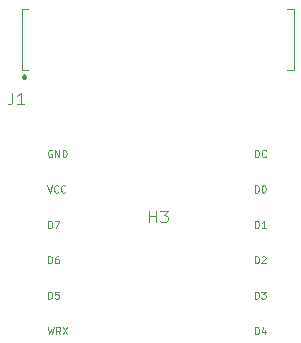
<source format=gbr>
%TF.GenerationSoftware,KiCad,Pcbnew,8.0.3*%
%TF.CreationDate,2024-07-14T16:13:23+03:00*%
%TF.ProjectId,TFT_Adapter,5446545f-4164-4617-9074-65722e6b6963,rev?*%
%TF.SameCoordinates,Original*%
%TF.FileFunction,Legend,Top*%
%TF.FilePolarity,Positive*%
%FSLAX46Y46*%
G04 Gerber Fmt 4.6, Leading zero omitted, Abs format (unit mm)*
G04 Created by KiCad (PCBNEW 8.0.3) date 2024-07-14 16:13:23*
%MOMM*%
%LPD*%
G01*
G04 APERTURE LIST*
%ADD10C,0.100000*%
%ADD11C,0.250000*%
G04 APERTURE END LIST*
D10*
X157208646Y-89421371D02*
X157208646Y-88821371D01*
X157208646Y-88821371D02*
X157351503Y-88821371D01*
X157351503Y-88821371D02*
X157437217Y-88849942D01*
X157437217Y-88849942D02*
X157494360Y-88907085D01*
X157494360Y-88907085D02*
X157522931Y-88964228D01*
X157522931Y-88964228D02*
X157551503Y-89078514D01*
X157551503Y-89078514D02*
X157551503Y-89164228D01*
X157551503Y-89164228D02*
X157522931Y-89278514D01*
X157522931Y-89278514D02*
X157494360Y-89335657D01*
X157494360Y-89335657D02*
X157437217Y-89392800D01*
X157437217Y-89392800D02*
X157351503Y-89421371D01*
X157351503Y-89421371D02*
X157208646Y-89421371D01*
X158065789Y-89021371D02*
X158065789Y-89421371D01*
X157922931Y-88792800D02*
X157780074Y-89221371D01*
X157780074Y-89221371D02*
X158151503Y-89221371D01*
X157208646Y-86421371D02*
X157208646Y-85821371D01*
X157208646Y-85821371D02*
X157351503Y-85821371D01*
X157351503Y-85821371D02*
X157437217Y-85849942D01*
X157437217Y-85849942D02*
X157494360Y-85907085D01*
X157494360Y-85907085D02*
X157522931Y-85964228D01*
X157522931Y-85964228D02*
X157551503Y-86078514D01*
X157551503Y-86078514D02*
X157551503Y-86164228D01*
X157551503Y-86164228D02*
X157522931Y-86278514D01*
X157522931Y-86278514D02*
X157494360Y-86335657D01*
X157494360Y-86335657D02*
X157437217Y-86392800D01*
X157437217Y-86392800D02*
X157351503Y-86421371D01*
X157351503Y-86421371D02*
X157208646Y-86421371D01*
X157751503Y-85821371D02*
X158122931Y-85821371D01*
X158122931Y-85821371D02*
X157922931Y-86049942D01*
X157922931Y-86049942D02*
X158008646Y-86049942D01*
X158008646Y-86049942D02*
X158065789Y-86078514D01*
X158065789Y-86078514D02*
X158094360Y-86107085D01*
X158094360Y-86107085D02*
X158122931Y-86164228D01*
X158122931Y-86164228D02*
X158122931Y-86307085D01*
X158122931Y-86307085D02*
X158094360Y-86364228D01*
X158094360Y-86364228D02*
X158065789Y-86392800D01*
X158065789Y-86392800D02*
X158008646Y-86421371D01*
X158008646Y-86421371D02*
X157837217Y-86421371D01*
X157837217Y-86421371D02*
X157780074Y-86392800D01*
X157780074Y-86392800D02*
X157751503Y-86364228D01*
X157208646Y-83421371D02*
X157208646Y-82821371D01*
X157208646Y-82821371D02*
X157351503Y-82821371D01*
X157351503Y-82821371D02*
X157437217Y-82849942D01*
X157437217Y-82849942D02*
X157494360Y-82907085D01*
X157494360Y-82907085D02*
X157522931Y-82964228D01*
X157522931Y-82964228D02*
X157551503Y-83078514D01*
X157551503Y-83078514D02*
X157551503Y-83164228D01*
X157551503Y-83164228D02*
X157522931Y-83278514D01*
X157522931Y-83278514D02*
X157494360Y-83335657D01*
X157494360Y-83335657D02*
X157437217Y-83392800D01*
X157437217Y-83392800D02*
X157351503Y-83421371D01*
X157351503Y-83421371D02*
X157208646Y-83421371D01*
X157780074Y-82878514D02*
X157808646Y-82849942D01*
X157808646Y-82849942D02*
X157865789Y-82821371D01*
X157865789Y-82821371D02*
X158008646Y-82821371D01*
X158008646Y-82821371D02*
X158065789Y-82849942D01*
X158065789Y-82849942D02*
X158094360Y-82878514D01*
X158094360Y-82878514D02*
X158122931Y-82935657D01*
X158122931Y-82935657D02*
X158122931Y-82992800D01*
X158122931Y-82992800D02*
X158094360Y-83078514D01*
X158094360Y-83078514D02*
X157751503Y-83421371D01*
X157751503Y-83421371D02*
X158122931Y-83421371D01*
X157208646Y-80421371D02*
X157208646Y-79821371D01*
X157208646Y-79821371D02*
X157351503Y-79821371D01*
X157351503Y-79821371D02*
X157437217Y-79849942D01*
X157437217Y-79849942D02*
X157494360Y-79907085D01*
X157494360Y-79907085D02*
X157522931Y-79964228D01*
X157522931Y-79964228D02*
X157551503Y-80078514D01*
X157551503Y-80078514D02*
X157551503Y-80164228D01*
X157551503Y-80164228D02*
X157522931Y-80278514D01*
X157522931Y-80278514D02*
X157494360Y-80335657D01*
X157494360Y-80335657D02*
X157437217Y-80392800D01*
X157437217Y-80392800D02*
X157351503Y-80421371D01*
X157351503Y-80421371D02*
X157208646Y-80421371D01*
X158122931Y-80421371D02*
X157780074Y-80421371D01*
X157951503Y-80421371D02*
X157951503Y-79821371D01*
X157951503Y-79821371D02*
X157894360Y-79907085D01*
X157894360Y-79907085D02*
X157837217Y-79964228D01*
X157837217Y-79964228D02*
X157780074Y-79992800D01*
X157208646Y-77421371D02*
X157208646Y-76821371D01*
X157208646Y-76821371D02*
X157351503Y-76821371D01*
X157351503Y-76821371D02*
X157437217Y-76849942D01*
X157437217Y-76849942D02*
X157494360Y-76907085D01*
X157494360Y-76907085D02*
X157522931Y-76964228D01*
X157522931Y-76964228D02*
X157551503Y-77078514D01*
X157551503Y-77078514D02*
X157551503Y-77164228D01*
X157551503Y-77164228D02*
X157522931Y-77278514D01*
X157522931Y-77278514D02*
X157494360Y-77335657D01*
X157494360Y-77335657D02*
X157437217Y-77392800D01*
X157437217Y-77392800D02*
X157351503Y-77421371D01*
X157351503Y-77421371D02*
X157208646Y-77421371D01*
X157922931Y-76821371D02*
X157980074Y-76821371D01*
X157980074Y-76821371D02*
X158037217Y-76849942D01*
X158037217Y-76849942D02*
X158065789Y-76878514D01*
X158065789Y-76878514D02*
X158094360Y-76935657D01*
X158094360Y-76935657D02*
X158122931Y-77049942D01*
X158122931Y-77049942D02*
X158122931Y-77192800D01*
X158122931Y-77192800D02*
X158094360Y-77307085D01*
X158094360Y-77307085D02*
X158065789Y-77364228D01*
X158065789Y-77364228D02*
X158037217Y-77392800D01*
X158037217Y-77392800D02*
X157980074Y-77421371D01*
X157980074Y-77421371D02*
X157922931Y-77421371D01*
X157922931Y-77421371D02*
X157865789Y-77392800D01*
X157865789Y-77392800D02*
X157837217Y-77364228D01*
X157837217Y-77364228D02*
X157808646Y-77307085D01*
X157808646Y-77307085D02*
X157780074Y-77192800D01*
X157780074Y-77192800D02*
X157780074Y-77049942D01*
X157780074Y-77049942D02*
X157808646Y-76935657D01*
X157808646Y-76935657D02*
X157837217Y-76878514D01*
X157837217Y-76878514D02*
X157865789Y-76849942D01*
X157865789Y-76849942D02*
X157922931Y-76821371D01*
X157208646Y-74421371D02*
X157208646Y-73821371D01*
X157208646Y-73821371D02*
X157351503Y-73821371D01*
X157351503Y-73821371D02*
X157437217Y-73849942D01*
X157437217Y-73849942D02*
X157494360Y-73907085D01*
X157494360Y-73907085D02*
X157522931Y-73964228D01*
X157522931Y-73964228D02*
X157551503Y-74078514D01*
X157551503Y-74078514D02*
X157551503Y-74164228D01*
X157551503Y-74164228D02*
X157522931Y-74278514D01*
X157522931Y-74278514D02*
X157494360Y-74335657D01*
X157494360Y-74335657D02*
X157437217Y-74392800D01*
X157437217Y-74392800D02*
X157351503Y-74421371D01*
X157351503Y-74421371D02*
X157208646Y-74421371D01*
X158151503Y-74364228D02*
X158122931Y-74392800D01*
X158122931Y-74392800D02*
X158037217Y-74421371D01*
X158037217Y-74421371D02*
X157980074Y-74421371D01*
X157980074Y-74421371D02*
X157894360Y-74392800D01*
X157894360Y-74392800D02*
X157837217Y-74335657D01*
X157837217Y-74335657D02*
X157808646Y-74278514D01*
X157808646Y-74278514D02*
X157780074Y-74164228D01*
X157780074Y-74164228D02*
X157780074Y-74078514D01*
X157780074Y-74078514D02*
X157808646Y-73964228D01*
X157808646Y-73964228D02*
X157837217Y-73907085D01*
X157837217Y-73907085D02*
X157894360Y-73849942D01*
X157894360Y-73849942D02*
X157980074Y-73821371D01*
X157980074Y-73821371D02*
X158037217Y-73821371D01*
X158037217Y-73821371D02*
X158122931Y-73849942D01*
X158122931Y-73849942D02*
X158151503Y-73878514D01*
X139651503Y-88821371D02*
X139794360Y-89421371D01*
X139794360Y-89421371D02*
X139908646Y-88992800D01*
X139908646Y-88992800D02*
X140022931Y-89421371D01*
X140022931Y-89421371D02*
X140165789Y-88821371D01*
X140737217Y-89421371D02*
X140537217Y-89135657D01*
X140394360Y-89421371D02*
X140394360Y-88821371D01*
X140394360Y-88821371D02*
X140622931Y-88821371D01*
X140622931Y-88821371D02*
X140680074Y-88849942D01*
X140680074Y-88849942D02*
X140708645Y-88878514D01*
X140708645Y-88878514D02*
X140737217Y-88935657D01*
X140737217Y-88935657D02*
X140737217Y-89021371D01*
X140737217Y-89021371D02*
X140708645Y-89078514D01*
X140708645Y-89078514D02*
X140680074Y-89107085D01*
X140680074Y-89107085D02*
X140622931Y-89135657D01*
X140622931Y-89135657D02*
X140394360Y-89135657D01*
X140937217Y-88821371D02*
X141337217Y-89421371D01*
X141337217Y-88821371D02*
X140937217Y-89421371D01*
X139708646Y-86421371D02*
X139708646Y-85821371D01*
X139708646Y-85821371D02*
X139851503Y-85821371D01*
X139851503Y-85821371D02*
X139937217Y-85849942D01*
X139937217Y-85849942D02*
X139994360Y-85907085D01*
X139994360Y-85907085D02*
X140022931Y-85964228D01*
X140022931Y-85964228D02*
X140051503Y-86078514D01*
X140051503Y-86078514D02*
X140051503Y-86164228D01*
X140051503Y-86164228D02*
X140022931Y-86278514D01*
X140022931Y-86278514D02*
X139994360Y-86335657D01*
X139994360Y-86335657D02*
X139937217Y-86392800D01*
X139937217Y-86392800D02*
X139851503Y-86421371D01*
X139851503Y-86421371D02*
X139708646Y-86421371D01*
X140594360Y-85821371D02*
X140308646Y-85821371D01*
X140308646Y-85821371D02*
X140280074Y-86107085D01*
X140280074Y-86107085D02*
X140308646Y-86078514D01*
X140308646Y-86078514D02*
X140365789Y-86049942D01*
X140365789Y-86049942D02*
X140508646Y-86049942D01*
X140508646Y-86049942D02*
X140565789Y-86078514D01*
X140565789Y-86078514D02*
X140594360Y-86107085D01*
X140594360Y-86107085D02*
X140622931Y-86164228D01*
X140622931Y-86164228D02*
X140622931Y-86307085D01*
X140622931Y-86307085D02*
X140594360Y-86364228D01*
X140594360Y-86364228D02*
X140565789Y-86392800D01*
X140565789Y-86392800D02*
X140508646Y-86421371D01*
X140508646Y-86421371D02*
X140365789Y-86421371D01*
X140365789Y-86421371D02*
X140308646Y-86392800D01*
X140308646Y-86392800D02*
X140280074Y-86364228D01*
X139708646Y-83421371D02*
X139708646Y-82821371D01*
X139708646Y-82821371D02*
X139851503Y-82821371D01*
X139851503Y-82821371D02*
X139937217Y-82849942D01*
X139937217Y-82849942D02*
X139994360Y-82907085D01*
X139994360Y-82907085D02*
X140022931Y-82964228D01*
X140022931Y-82964228D02*
X140051503Y-83078514D01*
X140051503Y-83078514D02*
X140051503Y-83164228D01*
X140051503Y-83164228D02*
X140022931Y-83278514D01*
X140022931Y-83278514D02*
X139994360Y-83335657D01*
X139994360Y-83335657D02*
X139937217Y-83392800D01*
X139937217Y-83392800D02*
X139851503Y-83421371D01*
X139851503Y-83421371D02*
X139708646Y-83421371D01*
X140565789Y-82821371D02*
X140451503Y-82821371D01*
X140451503Y-82821371D02*
X140394360Y-82849942D01*
X140394360Y-82849942D02*
X140365789Y-82878514D01*
X140365789Y-82878514D02*
X140308646Y-82964228D01*
X140308646Y-82964228D02*
X140280074Y-83078514D01*
X140280074Y-83078514D02*
X140280074Y-83307085D01*
X140280074Y-83307085D02*
X140308646Y-83364228D01*
X140308646Y-83364228D02*
X140337217Y-83392800D01*
X140337217Y-83392800D02*
X140394360Y-83421371D01*
X140394360Y-83421371D02*
X140508646Y-83421371D01*
X140508646Y-83421371D02*
X140565789Y-83392800D01*
X140565789Y-83392800D02*
X140594360Y-83364228D01*
X140594360Y-83364228D02*
X140622931Y-83307085D01*
X140622931Y-83307085D02*
X140622931Y-83164228D01*
X140622931Y-83164228D02*
X140594360Y-83107085D01*
X140594360Y-83107085D02*
X140565789Y-83078514D01*
X140565789Y-83078514D02*
X140508646Y-83049942D01*
X140508646Y-83049942D02*
X140394360Y-83049942D01*
X140394360Y-83049942D02*
X140337217Y-83078514D01*
X140337217Y-83078514D02*
X140308646Y-83107085D01*
X140308646Y-83107085D02*
X140280074Y-83164228D01*
X139708646Y-80421371D02*
X139708646Y-79821371D01*
X139708646Y-79821371D02*
X139851503Y-79821371D01*
X139851503Y-79821371D02*
X139937217Y-79849942D01*
X139937217Y-79849942D02*
X139994360Y-79907085D01*
X139994360Y-79907085D02*
X140022931Y-79964228D01*
X140022931Y-79964228D02*
X140051503Y-80078514D01*
X140051503Y-80078514D02*
X140051503Y-80164228D01*
X140051503Y-80164228D02*
X140022931Y-80278514D01*
X140022931Y-80278514D02*
X139994360Y-80335657D01*
X139994360Y-80335657D02*
X139937217Y-80392800D01*
X139937217Y-80392800D02*
X139851503Y-80421371D01*
X139851503Y-80421371D02*
X139708646Y-80421371D01*
X140251503Y-79821371D02*
X140651503Y-79821371D01*
X140651503Y-79821371D02*
X140394360Y-80421371D01*
X139622931Y-76821371D02*
X139822931Y-77421371D01*
X139822931Y-77421371D02*
X140022931Y-76821371D01*
X140565789Y-77364228D02*
X140537217Y-77392800D01*
X140537217Y-77392800D02*
X140451503Y-77421371D01*
X140451503Y-77421371D02*
X140394360Y-77421371D01*
X140394360Y-77421371D02*
X140308646Y-77392800D01*
X140308646Y-77392800D02*
X140251503Y-77335657D01*
X140251503Y-77335657D02*
X140222932Y-77278514D01*
X140222932Y-77278514D02*
X140194360Y-77164228D01*
X140194360Y-77164228D02*
X140194360Y-77078514D01*
X140194360Y-77078514D02*
X140222932Y-76964228D01*
X140222932Y-76964228D02*
X140251503Y-76907085D01*
X140251503Y-76907085D02*
X140308646Y-76849942D01*
X140308646Y-76849942D02*
X140394360Y-76821371D01*
X140394360Y-76821371D02*
X140451503Y-76821371D01*
X140451503Y-76821371D02*
X140537217Y-76849942D01*
X140537217Y-76849942D02*
X140565789Y-76878514D01*
X141165789Y-77364228D02*
X141137217Y-77392800D01*
X141137217Y-77392800D02*
X141051503Y-77421371D01*
X141051503Y-77421371D02*
X140994360Y-77421371D01*
X140994360Y-77421371D02*
X140908646Y-77392800D01*
X140908646Y-77392800D02*
X140851503Y-77335657D01*
X140851503Y-77335657D02*
X140822932Y-77278514D01*
X140822932Y-77278514D02*
X140794360Y-77164228D01*
X140794360Y-77164228D02*
X140794360Y-77078514D01*
X140794360Y-77078514D02*
X140822932Y-76964228D01*
X140822932Y-76964228D02*
X140851503Y-76907085D01*
X140851503Y-76907085D02*
X140908646Y-76849942D01*
X140908646Y-76849942D02*
X140994360Y-76821371D01*
X140994360Y-76821371D02*
X141051503Y-76821371D01*
X141051503Y-76821371D02*
X141137217Y-76849942D01*
X141137217Y-76849942D02*
X141165789Y-76878514D01*
X140022931Y-73849942D02*
X139965789Y-73821371D01*
X139965789Y-73821371D02*
X139880074Y-73821371D01*
X139880074Y-73821371D02*
X139794360Y-73849942D01*
X139794360Y-73849942D02*
X139737217Y-73907085D01*
X139737217Y-73907085D02*
X139708646Y-73964228D01*
X139708646Y-73964228D02*
X139680074Y-74078514D01*
X139680074Y-74078514D02*
X139680074Y-74164228D01*
X139680074Y-74164228D02*
X139708646Y-74278514D01*
X139708646Y-74278514D02*
X139737217Y-74335657D01*
X139737217Y-74335657D02*
X139794360Y-74392800D01*
X139794360Y-74392800D02*
X139880074Y-74421371D01*
X139880074Y-74421371D02*
X139937217Y-74421371D01*
X139937217Y-74421371D02*
X140022931Y-74392800D01*
X140022931Y-74392800D02*
X140051503Y-74364228D01*
X140051503Y-74364228D02*
X140051503Y-74164228D01*
X140051503Y-74164228D02*
X139937217Y-74164228D01*
X140308646Y-74421371D02*
X140308646Y-73821371D01*
X140308646Y-73821371D02*
X140651503Y-74421371D01*
X140651503Y-74421371D02*
X140651503Y-73821371D01*
X140937217Y-74421371D02*
X140937217Y-73821371D01*
X140937217Y-73821371D02*
X141080074Y-73821371D01*
X141080074Y-73821371D02*
X141165788Y-73849942D01*
X141165788Y-73849942D02*
X141222931Y-73907085D01*
X141222931Y-73907085D02*
X141251502Y-73964228D01*
X141251502Y-73964228D02*
X141280074Y-74078514D01*
X141280074Y-74078514D02*
X141280074Y-74164228D01*
X141280074Y-74164228D02*
X141251502Y-74278514D01*
X141251502Y-74278514D02*
X141222931Y-74335657D01*
X141222931Y-74335657D02*
X141165788Y-74392800D01*
X141165788Y-74392800D02*
X141080074Y-74421371D01*
X141080074Y-74421371D02*
X140937217Y-74421371D01*
X148238095Y-79957419D02*
X148238095Y-78957419D01*
X148238095Y-79433609D02*
X148809523Y-79433609D01*
X148809523Y-79957419D02*
X148809523Y-78957419D01*
X149190476Y-78957419D02*
X149809523Y-78957419D01*
X149809523Y-78957419D02*
X149476190Y-79338371D01*
X149476190Y-79338371D02*
X149619047Y-79338371D01*
X149619047Y-79338371D02*
X149714285Y-79385990D01*
X149714285Y-79385990D02*
X149761904Y-79433609D01*
X149761904Y-79433609D02*
X149809523Y-79528847D01*
X149809523Y-79528847D02*
X149809523Y-79766942D01*
X149809523Y-79766942D02*
X149761904Y-79862180D01*
X149761904Y-79862180D02*
X149714285Y-79909800D01*
X149714285Y-79909800D02*
X149619047Y-79957419D01*
X149619047Y-79957419D02*
X149333333Y-79957419D01*
X149333333Y-79957419D02*
X149238095Y-79909800D01*
X149238095Y-79909800D02*
X149190476Y-79862180D01*
X136666666Y-68957419D02*
X136666666Y-69671704D01*
X136666666Y-69671704D02*
X136619047Y-69814561D01*
X136619047Y-69814561D02*
X136523809Y-69909800D01*
X136523809Y-69909800D02*
X136380952Y-69957419D01*
X136380952Y-69957419D02*
X136285714Y-69957419D01*
X137666666Y-69957419D02*
X137095238Y-69957419D01*
X137380952Y-69957419D02*
X137380952Y-68957419D01*
X137380952Y-68957419D02*
X137285714Y-69100276D01*
X137285714Y-69100276D02*
X137190476Y-69195514D01*
X137190476Y-69195514D02*
X137095238Y-69243133D01*
%TO.C,J1*%
X137500000Y-61872000D02*
X137500000Y-67072000D01*
X137500000Y-61872000D02*
X138000000Y-61872000D01*
X137500000Y-67072000D02*
X138000000Y-67072000D01*
X159900000Y-61872000D02*
X160500000Y-61872000D01*
X160500000Y-61872000D02*
X160500000Y-67072000D01*
X160500000Y-67072000D02*
X159900000Y-67072000D01*
D11*
X137825000Y-67672000D02*
G75*
G02*
X137575000Y-67672000I-125000J0D01*
G01*
X137575000Y-67672000D02*
G75*
G02*
X137825000Y-67672000I125000J0D01*
G01*
%TD*%
M02*

</source>
